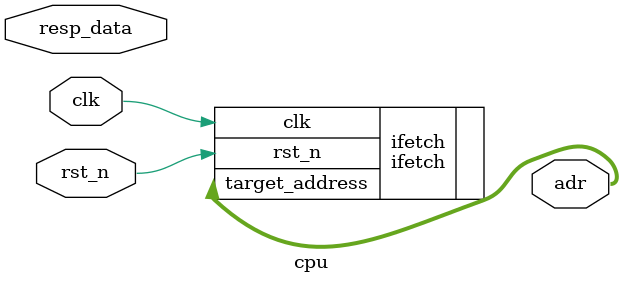
<source format=sv>



module cpu
//import CPU_config::*;
(
  // Global inputs
  input logic clk,
  input logic rst_n,

  
  // system inputs
  /* verilator lint_off UNUSED */
  input logic [xlen-1:0] resp_data,
  /* verilator lint_on UNUSED */
  // system outputs
  output logic [xlen-1:0] adr

);
  parameter xlen = 32;
  
  // instruction fetch Unit
  ifetch ifetch
  (
    .clk(clk),
    .rst_n(rst_n),
    .target_address(adr)
  );



endmodule
</source>
